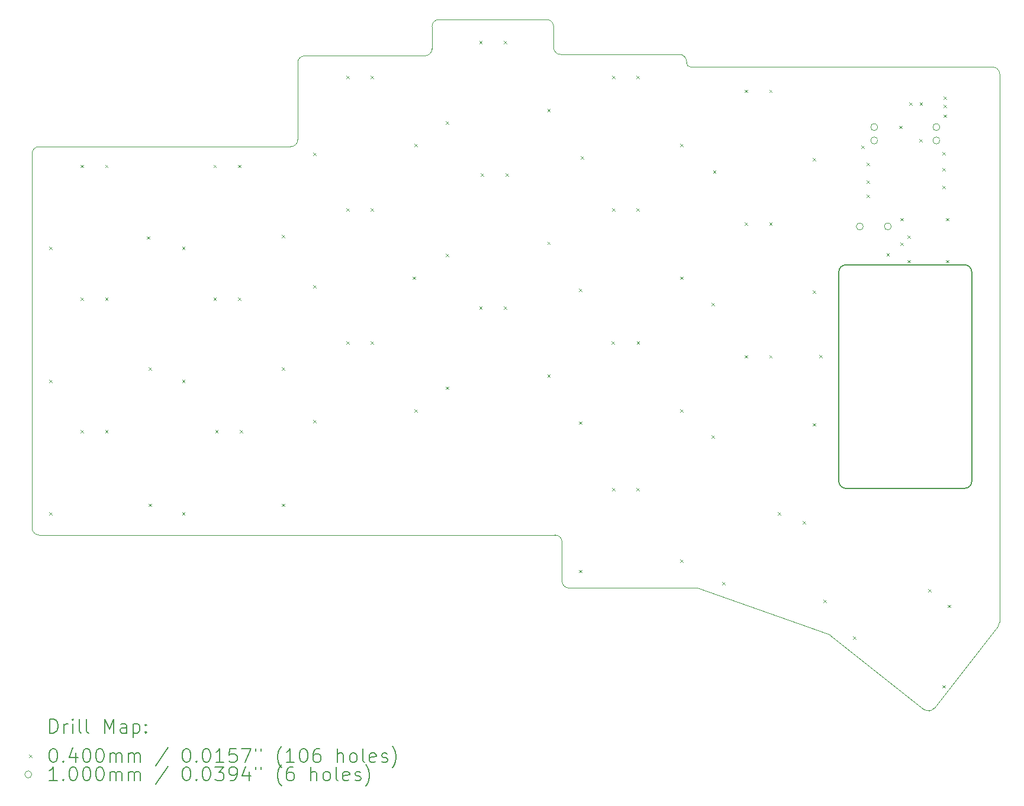
<source format=gbr>
%TF.GenerationSoftware,KiCad,Pcbnew,8.0.2-1*%
%TF.CreationDate,2024-09-12T16:14:08+03:00*%
%TF.ProjectId,pcb,7063622e-6b69-4636-9164-5f7063625858,rev?*%
%TF.SameCoordinates,Original*%
%TF.FileFunction,Drillmap*%
%TF.FilePolarity,Positive*%
%FSLAX45Y45*%
G04 Gerber Fmt 4.5, Leading zero omitted, Abs format (unit mm)*
G04 Created by KiCad (PCBNEW 8.0.2-1) date 2024-09-12 16:14:08*
%MOMM*%
%LPD*%
G01*
G04 APERTURE LIST*
%ADD10C,0.100000*%
%ADD11C,0.200000*%
G04 APERTURE END LIST*
D10*
X11360000Y-6569097D02*
G75*
G02*
X11260000Y-6669100I-100000J-3D01*
G01*
X21400000Y-13474665D02*
G75*
G02*
X21378805Y-13536232I-100000J-5D01*
G01*
X16980000Y-5529097D02*
G75*
G02*
X16920003Y-5469097I0J59997D01*
G01*
X15040000Y-12229097D02*
G75*
G02*
X15140003Y-12329097I0J-100003D01*
G01*
X7660000Y-12229097D02*
G75*
G02*
X7560003Y-12129097I0J99997D01*
G01*
X11360000Y-5469097D02*
G75*
G02*
X11460000Y-5369100I100000J-3D01*
G01*
X20461962Y-14709786D02*
G75*
G02*
X20321090Y-14726625I-78802J61566D01*
G01*
X18944191Y-13643547D02*
G75*
G02*
X18973137Y-13659496I-33121J-94353D01*
G01*
X15240000Y-12989097D02*
G75*
G02*
X15140003Y-12889097I0J99997D01*
G01*
X17062957Y-12989097D02*
G75*
G02*
X17096082Y-12994741I3J-100003D01*
G01*
X21300000Y-5529097D02*
G75*
G02*
X21400003Y-5629097I0J-100003D01*
G01*
X7560000Y-6769097D02*
G75*
G02*
X7660000Y-6669100I100000J-3D01*
G01*
X14920000Y-4849097D02*
G75*
G02*
X15020003Y-4949097I0J-100003D01*
G01*
X13280000Y-5269097D02*
G75*
G02*
X13180000Y-5369100I-100000J-3D01*
G01*
X13280000Y-4949097D02*
G75*
G02*
X13380000Y-4849100I100000J-3D01*
G01*
X16820000Y-5349097D02*
G75*
G02*
X16920003Y-5449097I0J-100003D01*
G01*
X15120000Y-5349097D02*
G75*
G02*
X15020003Y-5249097I0J99997D01*
G01*
X18973137Y-13659497D02*
X20321089Y-14726626D01*
X17096081Y-12994742D02*
X18944191Y-13643547D01*
X15240000Y-12989097D02*
X17062957Y-12989097D01*
X15140000Y-12329097D02*
X15140000Y-12889097D01*
X21378802Y-13536230D02*
X20461962Y-14709786D01*
X11240000Y-12229097D02*
X15040000Y-12229097D01*
X7660000Y-12229097D02*
X11240000Y-12229097D01*
X7560000Y-6769097D02*
X7560000Y-12129097D01*
X11260000Y-6669097D02*
X7660000Y-6669097D01*
X11360000Y-5469097D02*
X11360000Y-6569097D01*
X13180000Y-5369097D02*
X11460000Y-5369097D01*
X13280000Y-4949097D02*
X13280000Y-5269097D01*
X14920000Y-4849097D02*
X13380000Y-4849097D01*
X15020000Y-5249097D02*
X15020000Y-4949097D01*
X16820000Y-5349097D02*
X15120000Y-5349097D01*
X16920000Y-5469097D02*
X16920000Y-5449097D01*
X21300000Y-5529097D02*
X16980000Y-5529097D01*
X21400000Y-13474665D02*
X21400000Y-5629097D01*
D11*
X19100000Y-8461597D02*
G75*
G02*
X19200000Y-8361600I100000J-3D01*
G01*
X21000000Y-8461597D02*
X21000000Y-11461597D01*
X19200000Y-8361597D02*
X20900000Y-8361597D01*
X19200000Y-11561597D02*
G75*
G02*
X19100003Y-11461597I0J99997D01*
G01*
X20900000Y-8361597D02*
G75*
G02*
X21000003Y-8461597I0J-100003D01*
G01*
X19100000Y-11461597D02*
X19100000Y-8461597D01*
X20900000Y-11561597D02*
X19200000Y-11561597D01*
X21000000Y-11461597D02*
G75*
G02*
X20900000Y-11561600I-100000J-3D01*
G01*
D10*
X7805000Y-8104097D02*
X7845000Y-8144097D01*
X7845000Y-8104097D02*
X7805000Y-8144097D01*
X7805000Y-10004097D02*
X7845000Y-10044097D01*
X7845000Y-10004097D02*
X7805000Y-10044097D01*
X7805000Y-11904097D02*
X7845000Y-11944097D01*
X7845000Y-11904097D02*
X7805000Y-11944097D01*
X8255000Y-6929097D02*
X8295000Y-6969097D01*
X8295000Y-6929097D02*
X8255000Y-6969097D01*
X8255000Y-8829097D02*
X8295000Y-8869097D01*
X8295000Y-8829097D02*
X8255000Y-8869097D01*
X8255000Y-10729097D02*
X8295000Y-10769097D01*
X8295000Y-10729097D02*
X8255000Y-10769097D01*
X8605000Y-6929097D02*
X8645000Y-6969097D01*
X8645000Y-6929097D02*
X8605000Y-6969097D01*
X8605000Y-8829097D02*
X8645000Y-8869097D01*
X8645000Y-8829097D02*
X8605000Y-8869097D01*
X8605000Y-10729097D02*
X8645000Y-10769097D01*
X8645000Y-10729097D02*
X8605000Y-10769097D01*
X9205000Y-7954097D02*
X9245000Y-7994097D01*
X9245000Y-7954097D02*
X9205000Y-7994097D01*
X9230000Y-9829097D02*
X9270000Y-9869097D01*
X9270000Y-9829097D02*
X9230000Y-9869097D01*
X9230000Y-11779097D02*
X9270000Y-11819097D01*
X9270000Y-11779097D02*
X9230000Y-11819097D01*
X9705000Y-8104097D02*
X9745000Y-8144097D01*
X9745000Y-8104097D02*
X9705000Y-8144097D01*
X9705000Y-10004097D02*
X9745000Y-10044097D01*
X9745000Y-10004097D02*
X9705000Y-10044097D01*
X9705000Y-11904097D02*
X9745000Y-11944097D01*
X9745000Y-11904097D02*
X9705000Y-11944097D01*
X10155000Y-6929097D02*
X10195000Y-6969097D01*
X10195000Y-6929097D02*
X10155000Y-6969097D01*
X10155000Y-8829097D02*
X10195000Y-8869097D01*
X10195000Y-8829097D02*
X10155000Y-8869097D01*
X10180000Y-10729097D02*
X10220000Y-10769097D01*
X10220000Y-10729097D02*
X10180000Y-10769097D01*
X10505000Y-6929097D02*
X10545000Y-6969097D01*
X10545000Y-6929097D02*
X10505000Y-6969097D01*
X10505000Y-8829097D02*
X10545000Y-8869097D01*
X10545000Y-8829097D02*
X10505000Y-8869097D01*
X10530000Y-10729097D02*
X10570000Y-10769097D01*
X10570000Y-10729097D02*
X10530000Y-10769097D01*
X11130000Y-7929097D02*
X11170000Y-7969097D01*
X11170000Y-7929097D02*
X11130000Y-7969097D01*
X11130000Y-9829097D02*
X11170000Y-9869097D01*
X11170000Y-9829097D02*
X11130000Y-9869097D01*
X11130000Y-11779097D02*
X11170000Y-11819097D01*
X11170000Y-11779097D02*
X11130000Y-11819097D01*
X11580000Y-6754097D02*
X11620000Y-6794097D01*
X11620000Y-6754097D02*
X11580000Y-6794097D01*
X11580000Y-8654097D02*
X11620000Y-8694097D01*
X11620000Y-8654097D02*
X11580000Y-8694097D01*
X11580000Y-10579097D02*
X11620000Y-10619097D01*
X11620000Y-10579097D02*
X11580000Y-10619097D01*
X12055000Y-5654097D02*
X12095000Y-5694097D01*
X12095000Y-5654097D02*
X12055000Y-5694097D01*
X12055000Y-7554097D02*
X12095000Y-7594097D01*
X12095000Y-7554097D02*
X12055000Y-7594097D01*
X12055000Y-9454097D02*
X12095000Y-9494097D01*
X12095000Y-9454097D02*
X12055000Y-9494097D01*
X12405000Y-5654097D02*
X12445000Y-5694097D01*
X12445000Y-5654097D02*
X12405000Y-5694097D01*
X12405000Y-7554097D02*
X12445000Y-7594097D01*
X12445000Y-7554097D02*
X12405000Y-7594097D01*
X12405000Y-9454097D02*
X12445000Y-9494097D01*
X12445000Y-9454097D02*
X12405000Y-9494097D01*
X13005000Y-8529097D02*
X13045000Y-8569097D01*
X13045000Y-8529097D02*
X13005000Y-8569097D01*
X13030000Y-6629097D02*
X13070000Y-6669097D01*
X13070000Y-6629097D02*
X13030000Y-6669097D01*
X13030000Y-10429097D02*
X13070000Y-10469097D01*
X13070000Y-10429097D02*
X13030000Y-10469097D01*
X13480000Y-6304097D02*
X13520000Y-6344097D01*
X13520000Y-6304097D02*
X13480000Y-6344097D01*
X13480000Y-8204097D02*
X13520000Y-8244097D01*
X13520000Y-8204097D02*
X13480000Y-8244097D01*
X13480000Y-10104097D02*
X13520000Y-10144097D01*
X13520000Y-10104097D02*
X13480000Y-10144097D01*
X13955000Y-5154097D02*
X13995000Y-5194097D01*
X13995000Y-5154097D02*
X13955000Y-5194097D01*
X13955000Y-8954097D02*
X13995000Y-8994097D01*
X13995000Y-8954097D02*
X13955000Y-8994097D01*
X13980000Y-7054097D02*
X14020000Y-7094097D01*
X14020000Y-7054097D02*
X13980000Y-7094097D01*
X14305000Y-5154097D02*
X14345000Y-5194097D01*
X14345000Y-5154097D02*
X14305000Y-5194097D01*
X14305000Y-8954097D02*
X14345000Y-8994097D01*
X14345000Y-8954097D02*
X14305000Y-8994097D01*
X14330000Y-7054097D02*
X14370000Y-7094097D01*
X14370000Y-7054097D02*
X14330000Y-7094097D01*
X14930000Y-6129097D02*
X14970000Y-6169097D01*
X14970000Y-6129097D02*
X14930000Y-6169097D01*
X14930000Y-8029097D02*
X14970000Y-8069097D01*
X14970000Y-8029097D02*
X14930000Y-8069097D01*
X14930000Y-9929097D02*
X14970000Y-9969097D01*
X14970000Y-9929097D02*
X14930000Y-9969097D01*
X15380000Y-8704097D02*
X15420000Y-8744097D01*
X15420000Y-8704097D02*
X15380000Y-8744097D01*
X15380000Y-10604097D02*
X15420000Y-10644097D01*
X15420000Y-10604097D02*
X15380000Y-10644097D01*
X15380000Y-12729097D02*
X15420000Y-12769097D01*
X15420000Y-12729097D02*
X15380000Y-12769097D01*
X15405000Y-6804097D02*
X15445000Y-6844097D01*
X15445000Y-6804097D02*
X15405000Y-6844097D01*
X15851250Y-9454097D02*
X15891250Y-9494097D01*
X15891250Y-9454097D02*
X15851250Y-9494097D01*
X15855000Y-5654097D02*
X15895000Y-5694097D01*
X15895000Y-5654097D02*
X15855000Y-5694097D01*
X15855000Y-7554097D02*
X15895000Y-7594097D01*
X15895000Y-7554097D02*
X15855000Y-7594097D01*
X15855000Y-11554097D02*
X15895000Y-11594097D01*
X15895000Y-11554097D02*
X15855000Y-11594097D01*
X16205000Y-5654097D02*
X16245000Y-5694097D01*
X16245000Y-5654097D02*
X16205000Y-5694097D01*
X16205000Y-7554097D02*
X16245000Y-7594097D01*
X16245000Y-7554097D02*
X16205000Y-7594097D01*
X16205000Y-11554097D02*
X16245000Y-11594097D01*
X16245000Y-11554097D02*
X16205000Y-11594097D01*
X16208750Y-9454097D02*
X16248750Y-9494097D01*
X16248750Y-9454097D02*
X16208750Y-9494097D01*
X16830000Y-6629097D02*
X16870000Y-6669097D01*
X16870000Y-6629097D02*
X16830000Y-6669097D01*
X16830000Y-8529097D02*
X16870000Y-8569097D01*
X16870000Y-8529097D02*
X16830000Y-8569097D01*
X16830000Y-10429097D02*
X16870000Y-10469097D01*
X16870000Y-10429097D02*
X16830000Y-10469097D01*
X16830000Y-12579097D02*
X16870000Y-12619097D01*
X16870000Y-12579097D02*
X16830000Y-12619097D01*
X17280000Y-8904097D02*
X17320000Y-8944097D01*
X17320000Y-8904097D02*
X17280000Y-8944097D01*
X17280000Y-10804097D02*
X17320000Y-10844097D01*
X17320000Y-10804097D02*
X17280000Y-10844097D01*
X17300000Y-7009097D02*
X17340000Y-7049097D01*
X17340000Y-7009097D02*
X17300000Y-7049097D01*
X17430000Y-12904097D02*
X17470000Y-12944097D01*
X17470000Y-12904097D02*
X17430000Y-12944097D01*
X17755000Y-5854097D02*
X17795000Y-5894097D01*
X17795000Y-5854097D02*
X17755000Y-5894097D01*
X17755000Y-7754097D02*
X17795000Y-7794097D01*
X17795000Y-7754097D02*
X17755000Y-7794097D01*
X17755000Y-9654097D02*
X17795000Y-9694097D01*
X17795000Y-9654097D02*
X17755000Y-9694097D01*
X18105000Y-5854097D02*
X18145000Y-5894097D01*
X18145000Y-5854097D02*
X18105000Y-5894097D01*
X18105000Y-7754097D02*
X18145000Y-7794097D01*
X18145000Y-7754097D02*
X18105000Y-7794097D01*
X18105000Y-9654097D02*
X18145000Y-9694097D01*
X18145000Y-9654097D02*
X18105000Y-9694097D01*
X18230000Y-11904097D02*
X18270000Y-11944097D01*
X18270000Y-11904097D02*
X18230000Y-11944097D01*
X18580000Y-12029097D02*
X18620000Y-12069097D01*
X18620000Y-12029097D02*
X18580000Y-12069097D01*
X18730000Y-6829097D02*
X18770000Y-6869097D01*
X18770000Y-6829097D02*
X18730000Y-6869097D01*
X18730000Y-8729097D02*
X18770000Y-8769097D01*
X18770000Y-8729097D02*
X18730000Y-8769097D01*
X18730000Y-10629097D02*
X18770000Y-10669097D01*
X18770000Y-10629097D02*
X18730000Y-10669097D01*
X18820000Y-9649097D02*
X18860000Y-9689097D01*
X18860000Y-9649097D02*
X18820000Y-9689097D01*
X18880000Y-13154097D02*
X18920000Y-13194097D01*
X18920000Y-13154097D02*
X18880000Y-13194097D01*
X19305000Y-13679097D02*
X19345000Y-13719097D01*
X19345000Y-13679097D02*
X19305000Y-13719097D01*
X19420000Y-6655605D02*
X19460000Y-6695605D01*
X19460000Y-6655605D02*
X19420000Y-6695605D01*
X19500000Y-6896405D02*
X19540000Y-6936405D01*
X19540000Y-6896405D02*
X19500000Y-6936405D01*
X19500000Y-7150405D02*
X19540000Y-7190405D01*
X19540000Y-7150405D02*
X19500000Y-7190405D01*
X19500000Y-7353605D02*
X19540000Y-7393605D01*
X19540000Y-7353605D02*
X19500000Y-7393605D01*
X19780000Y-8191597D02*
X19820000Y-8231597D01*
X19820000Y-8191597D02*
X19780000Y-8231597D01*
X19960200Y-6369405D02*
X20000200Y-6409405D01*
X20000200Y-6369405D02*
X19960200Y-6409405D01*
X19980000Y-7691597D02*
X20020000Y-7731597D01*
X20020000Y-7691597D02*
X19980000Y-7731597D01*
X19980000Y-8041597D02*
X20020000Y-8081597D01*
X20020000Y-8041597D02*
X19980000Y-8081597D01*
X20080000Y-7941597D02*
X20120000Y-7981597D01*
X20120000Y-7941597D02*
X20080000Y-7981597D01*
X20080000Y-8291597D02*
X20120000Y-8331597D01*
X20120000Y-8291597D02*
X20080000Y-8331597D01*
X20105000Y-6032805D02*
X20145000Y-6072805D01*
X20145000Y-6032805D02*
X20105000Y-6072805D01*
X20252300Y-6559905D02*
X20292300Y-6599905D01*
X20292300Y-6559905D02*
X20252300Y-6599905D01*
X20255000Y-6032805D02*
X20295000Y-6072805D01*
X20295000Y-6032805D02*
X20255000Y-6072805D01*
X20380000Y-13004097D02*
X20420000Y-13044097D01*
X20420000Y-13004097D02*
X20380000Y-13044097D01*
X20580000Y-6749097D02*
X20620000Y-6789097D01*
X20620000Y-6749097D02*
X20580000Y-6789097D01*
X20580000Y-6972605D02*
X20620000Y-7012605D01*
X20620000Y-6972605D02*
X20580000Y-7012605D01*
X20580000Y-7226605D02*
X20620000Y-7266605D01*
X20620000Y-7226605D02*
X20580000Y-7266605D01*
X20580000Y-14379097D02*
X20620000Y-14419097D01*
X20620000Y-14379097D02*
X20580000Y-14419097D01*
X20600000Y-5949097D02*
X20640000Y-5989097D01*
X20640000Y-5949097D02*
X20600000Y-5989097D01*
X20600000Y-6069097D02*
X20640000Y-6109097D01*
X20640000Y-6069097D02*
X20600000Y-6109097D01*
X20600000Y-6209097D02*
X20640000Y-6249097D01*
X20640000Y-6209097D02*
X20600000Y-6249097D01*
X20630000Y-7691597D02*
X20670000Y-7731597D01*
X20670000Y-7691597D02*
X20630000Y-7731597D01*
X20630000Y-8291597D02*
X20670000Y-8331597D01*
X20670000Y-8291597D02*
X20630000Y-8331597D01*
X20655000Y-13229097D02*
X20695000Y-13269097D01*
X20695000Y-13229097D02*
X20655000Y-13269097D01*
X19450000Y-7811597D02*
G75*
G02*
X19350000Y-7811597I-50000J0D01*
G01*
X19350000Y-7811597D02*
G75*
G02*
X19450000Y-7811597I50000J0D01*
G01*
X19655500Y-6389405D02*
G75*
G02*
X19555500Y-6389405I-50000J0D01*
G01*
X19555500Y-6389405D02*
G75*
G02*
X19655500Y-6389405I50000J0D01*
G01*
X19655500Y-6579905D02*
G75*
G02*
X19555500Y-6579905I-50000J0D01*
G01*
X19555500Y-6579905D02*
G75*
G02*
X19655500Y-6579905I50000J0D01*
G01*
X19850000Y-7811597D02*
G75*
G02*
X19750000Y-7811597I-50000J0D01*
G01*
X19750000Y-7811597D02*
G75*
G02*
X19850000Y-7811597I50000J0D01*
G01*
X20544500Y-6389405D02*
G75*
G02*
X20444500Y-6389405I-50000J0D01*
G01*
X20444500Y-6389405D02*
G75*
G02*
X20544500Y-6389405I50000J0D01*
G01*
X20544500Y-6579905D02*
G75*
G02*
X20444500Y-6579905I-50000J0D01*
G01*
X20444500Y-6579905D02*
G75*
G02*
X20544500Y-6579905I50000J0D01*
G01*
D11*
X7815777Y-15064704D02*
X7815777Y-14864704D01*
X7815777Y-14864704D02*
X7863396Y-14864704D01*
X7863396Y-14864704D02*
X7891967Y-14874228D01*
X7891967Y-14874228D02*
X7911015Y-14893276D01*
X7911015Y-14893276D02*
X7920539Y-14912323D01*
X7920539Y-14912323D02*
X7930062Y-14950418D01*
X7930062Y-14950418D02*
X7930062Y-14978990D01*
X7930062Y-14978990D02*
X7920539Y-15017085D01*
X7920539Y-15017085D02*
X7911015Y-15036133D01*
X7911015Y-15036133D02*
X7891967Y-15055180D01*
X7891967Y-15055180D02*
X7863396Y-15064704D01*
X7863396Y-15064704D02*
X7815777Y-15064704D01*
X8015777Y-15064704D02*
X8015777Y-14931371D01*
X8015777Y-14969466D02*
X8025301Y-14950418D01*
X8025301Y-14950418D02*
X8034824Y-14940895D01*
X8034824Y-14940895D02*
X8053872Y-14931371D01*
X8053872Y-14931371D02*
X8072920Y-14931371D01*
X8139586Y-15064704D02*
X8139586Y-14931371D01*
X8139586Y-14864704D02*
X8130062Y-14874228D01*
X8130062Y-14874228D02*
X8139586Y-14883752D01*
X8139586Y-14883752D02*
X8149110Y-14874228D01*
X8149110Y-14874228D02*
X8139586Y-14864704D01*
X8139586Y-14864704D02*
X8139586Y-14883752D01*
X8263396Y-15064704D02*
X8244348Y-15055180D01*
X8244348Y-15055180D02*
X8234824Y-15036133D01*
X8234824Y-15036133D02*
X8234824Y-14864704D01*
X8368158Y-15064704D02*
X8349110Y-15055180D01*
X8349110Y-15055180D02*
X8339586Y-15036133D01*
X8339586Y-15036133D02*
X8339586Y-14864704D01*
X8596729Y-15064704D02*
X8596729Y-14864704D01*
X8596729Y-14864704D02*
X8663396Y-15007561D01*
X8663396Y-15007561D02*
X8730063Y-14864704D01*
X8730063Y-14864704D02*
X8730063Y-15064704D01*
X8911015Y-15064704D02*
X8911015Y-14959942D01*
X8911015Y-14959942D02*
X8901491Y-14940895D01*
X8901491Y-14940895D02*
X8882444Y-14931371D01*
X8882444Y-14931371D02*
X8844348Y-14931371D01*
X8844348Y-14931371D02*
X8825301Y-14940895D01*
X8911015Y-15055180D02*
X8891967Y-15064704D01*
X8891967Y-15064704D02*
X8844348Y-15064704D01*
X8844348Y-15064704D02*
X8825301Y-15055180D01*
X8825301Y-15055180D02*
X8815777Y-15036133D01*
X8815777Y-15036133D02*
X8815777Y-15017085D01*
X8815777Y-15017085D02*
X8825301Y-14998037D01*
X8825301Y-14998037D02*
X8844348Y-14988514D01*
X8844348Y-14988514D02*
X8891967Y-14988514D01*
X8891967Y-14988514D02*
X8911015Y-14978990D01*
X9006253Y-14931371D02*
X9006253Y-15131371D01*
X9006253Y-14940895D02*
X9025301Y-14931371D01*
X9025301Y-14931371D02*
X9063396Y-14931371D01*
X9063396Y-14931371D02*
X9082444Y-14940895D01*
X9082444Y-14940895D02*
X9091967Y-14950418D01*
X9091967Y-14950418D02*
X9101491Y-14969466D01*
X9101491Y-14969466D02*
X9101491Y-15026609D01*
X9101491Y-15026609D02*
X9091967Y-15045656D01*
X9091967Y-15045656D02*
X9082444Y-15055180D01*
X9082444Y-15055180D02*
X9063396Y-15064704D01*
X9063396Y-15064704D02*
X9025301Y-15064704D01*
X9025301Y-15064704D02*
X9006253Y-15055180D01*
X9187205Y-15045656D02*
X9196729Y-15055180D01*
X9196729Y-15055180D02*
X9187205Y-15064704D01*
X9187205Y-15064704D02*
X9177682Y-15055180D01*
X9177682Y-15055180D02*
X9187205Y-15045656D01*
X9187205Y-15045656D02*
X9187205Y-15064704D01*
X9187205Y-14940895D02*
X9196729Y-14950418D01*
X9196729Y-14950418D02*
X9187205Y-14959942D01*
X9187205Y-14959942D02*
X9177682Y-14950418D01*
X9177682Y-14950418D02*
X9187205Y-14940895D01*
X9187205Y-14940895D02*
X9187205Y-14959942D01*
D10*
X7515000Y-15373220D02*
X7555000Y-15413220D01*
X7555000Y-15373220D02*
X7515000Y-15413220D01*
D11*
X7853872Y-15284704D02*
X7872920Y-15284704D01*
X7872920Y-15284704D02*
X7891967Y-15294228D01*
X7891967Y-15294228D02*
X7901491Y-15303752D01*
X7901491Y-15303752D02*
X7911015Y-15322799D01*
X7911015Y-15322799D02*
X7920539Y-15360895D01*
X7920539Y-15360895D02*
X7920539Y-15408514D01*
X7920539Y-15408514D02*
X7911015Y-15446609D01*
X7911015Y-15446609D02*
X7901491Y-15465656D01*
X7901491Y-15465656D02*
X7891967Y-15475180D01*
X7891967Y-15475180D02*
X7872920Y-15484704D01*
X7872920Y-15484704D02*
X7853872Y-15484704D01*
X7853872Y-15484704D02*
X7834824Y-15475180D01*
X7834824Y-15475180D02*
X7825301Y-15465656D01*
X7825301Y-15465656D02*
X7815777Y-15446609D01*
X7815777Y-15446609D02*
X7806253Y-15408514D01*
X7806253Y-15408514D02*
X7806253Y-15360895D01*
X7806253Y-15360895D02*
X7815777Y-15322799D01*
X7815777Y-15322799D02*
X7825301Y-15303752D01*
X7825301Y-15303752D02*
X7834824Y-15294228D01*
X7834824Y-15294228D02*
X7853872Y-15284704D01*
X8006253Y-15465656D02*
X8015777Y-15475180D01*
X8015777Y-15475180D02*
X8006253Y-15484704D01*
X8006253Y-15484704D02*
X7996729Y-15475180D01*
X7996729Y-15475180D02*
X8006253Y-15465656D01*
X8006253Y-15465656D02*
X8006253Y-15484704D01*
X8187205Y-15351371D02*
X8187205Y-15484704D01*
X8139586Y-15275180D02*
X8091967Y-15418037D01*
X8091967Y-15418037D02*
X8215777Y-15418037D01*
X8330062Y-15284704D02*
X8349110Y-15284704D01*
X8349110Y-15284704D02*
X8368158Y-15294228D01*
X8368158Y-15294228D02*
X8377682Y-15303752D01*
X8377682Y-15303752D02*
X8387205Y-15322799D01*
X8387205Y-15322799D02*
X8396729Y-15360895D01*
X8396729Y-15360895D02*
X8396729Y-15408514D01*
X8396729Y-15408514D02*
X8387205Y-15446609D01*
X8387205Y-15446609D02*
X8377682Y-15465656D01*
X8377682Y-15465656D02*
X8368158Y-15475180D01*
X8368158Y-15475180D02*
X8349110Y-15484704D01*
X8349110Y-15484704D02*
X8330062Y-15484704D01*
X8330062Y-15484704D02*
X8311015Y-15475180D01*
X8311015Y-15475180D02*
X8301491Y-15465656D01*
X8301491Y-15465656D02*
X8291967Y-15446609D01*
X8291967Y-15446609D02*
X8282443Y-15408514D01*
X8282443Y-15408514D02*
X8282443Y-15360895D01*
X8282443Y-15360895D02*
X8291967Y-15322799D01*
X8291967Y-15322799D02*
X8301491Y-15303752D01*
X8301491Y-15303752D02*
X8311015Y-15294228D01*
X8311015Y-15294228D02*
X8330062Y-15284704D01*
X8520539Y-15284704D02*
X8539586Y-15284704D01*
X8539586Y-15284704D02*
X8558634Y-15294228D01*
X8558634Y-15294228D02*
X8568158Y-15303752D01*
X8568158Y-15303752D02*
X8577682Y-15322799D01*
X8577682Y-15322799D02*
X8587205Y-15360895D01*
X8587205Y-15360895D02*
X8587205Y-15408514D01*
X8587205Y-15408514D02*
X8577682Y-15446609D01*
X8577682Y-15446609D02*
X8568158Y-15465656D01*
X8568158Y-15465656D02*
X8558634Y-15475180D01*
X8558634Y-15475180D02*
X8539586Y-15484704D01*
X8539586Y-15484704D02*
X8520539Y-15484704D01*
X8520539Y-15484704D02*
X8501491Y-15475180D01*
X8501491Y-15475180D02*
X8491967Y-15465656D01*
X8491967Y-15465656D02*
X8482444Y-15446609D01*
X8482444Y-15446609D02*
X8472920Y-15408514D01*
X8472920Y-15408514D02*
X8472920Y-15360895D01*
X8472920Y-15360895D02*
X8482444Y-15322799D01*
X8482444Y-15322799D02*
X8491967Y-15303752D01*
X8491967Y-15303752D02*
X8501491Y-15294228D01*
X8501491Y-15294228D02*
X8520539Y-15284704D01*
X8672920Y-15484704D02*
X8672920Y-15351371D01*
X8672920Y-15370418D02*
X8682444Y-15360895D01*
X8682444Y-15360895D02*
X8701491Y-15351371D01*
X8701491Y-15351371D02*
X8730063Y-15351371D01*
X8730063Y-15351371D02*
X8749110Y-15360895D01*
X8749110Y-15360895D02*
X8758634Y-15379942D01*
X8758634Y-15379942D02*
X8758634Y-15484704D01*
X8758634Y-15379942D02*
X8768158Y-15360895D01*
X8768158Y-15360895D02*
X8787205Y-15351371D01*
X8787205Y-15351371D02*
X8815777Y-15351371D01*
X8815777Y-15351371D02*
X8834825Y-15360895D01*
X8834825Y-15360895D02*
X8844348Y-15379942D01*
X8844348Y-15379942D02*
X8844348Y-15484704D01*
X8939586Y-15484704D02*
X8939586Y-15351371D01*
X8939586Y-15370418D02*
X8949110Y-15360895D01*
X8949110Y-15360895D02*
X8968158Y-15351371D01*
X8968158Y-15351371D02*
X8996729Y-15351371D01*
X8996729Y-15351371D02*
X9015777Y-15360895D01*
X9015777Y-15360895D02*
X9025301Y-15379942D01*
X9025301Y-15379942D02*
X9025301Y-15484704D01*
X9025301Y-15379942D02*
X9034825Y-15360895D01*
X9034825Y-15360895D02*
X9053872Y-15351371D01*
X9053872Y-15351371D02*
X9082444Y-15351371D01*
X9082444Y-15351371D02*
X9101491Y-15360895D01*
X9101491Y-15360895D02*
X9111015Y-15379942D01*
X9111015Y-15379942D02*
X9111015Y-15484704D01*
X9501491Y-15275180D02*
X9330063Y-15532323D01*
X9758634Y-15284704D02*
X9777682Y-15284704D01*
X9777682Y-15284704D02*
X9796729Y-15294228D01*
X9796729Y-15294228D02*
X9806253Y-15303752D01*
X9806253Y-15303752D02*
X9815777Y-15322799D01*
X9815777Y-15322799D02*
X9825301Y-15360895D01*
X9825301Y-15360895D02*
X9825301Y-15408514D01*
X9825301Y-15408514D02*
X9815777Y-15446609D01*
X9815777Y-15446609D02*
X9806253Y-15465656D01*
X9806253Y-15465656D02*
X9796729Y-15475180D01*
X9796729Y-15475180D02*
X9777682Y-15484704D01*
X9777682Y-15484704D02*
X9758634Y-15484704D01*
X9758634Y-15484704D02*
X9739587Y-15475180D01*
X9739587Y-15475180D02*
X9730063Y-15465656D01*
X9730063Y-15465656D02*
X9720539Y-15446609D01*
X9720539Y-15446609D02*
X9711015Y-15408514D01*
X9711015Y-15408514D02*
X9711015Y-15360895D01*
X9711015Y-15360895D02*
X9720539Y-15322799D01*
X9720539Y-15322799D02*
X9730063Y-15303752D01*
X9730063Y-15303752D02*
X9739587Y-15294228D01*
X9739587Y-15294228D02*
X9758634Y-15284704D01*
X9911015Y-15465656D02*
X9920539Y-15475180D01*
X9920539Y-15475180D02*
X9911015Y-15484704D01*
X9911015Y-15484704D02*
X9901491Y-15475180D01*
X9901491Y-15475180D02*
X9911015Y-15465656D01*
X9911015Y-15465656D02*
X9911015Y-15484704D01*
X10044348Y-15284704D02*
X10063396Y-15284704D01*
X10063396Y-15284704D02*
X10082444Y-15294228D01*
X10082444Y-15294228D02*
X10091968Y-15303752D01*
X10091968Y-15303752D02*
X10101491Y-15322799D01*
X10101491Y-15322799D02*
X10111015Y-15360895D01*
X10111015Y-15360895D02*
X10111015Y-15408514D01*
X10111015Y-15408514D02*
X10101491Y-15446609D01*
X10101491Y-15446609D02*
X10091968Y-15465656D01*
X10091968Y-15465656D02*
X10082444Y-15475180D01*
X10082444Y-15475180D02*
X10063396Y-15484704D01*
X10063396Y-15484704D02*
X10044348Y-15484704D01*
X10044348Y-15484704D02*
X10025301Y-15475180D01*
X10025301Y-15475180D02*
X10015777Y-15465656D01*
X10015777Y-15465656D02*
X10006253Y-15446609D01*
X10006253Y-15446609D02*
X9996729Y-15408514D01*
X9996729Y-15408514D02*
X9996729Y-15360895D01*
X9996729Y-15360895D02*
X10006253Y-15322799D01*
X10006253Y-15322799D02*
X10015777Y-15303752D01*
X10015777Y-15303752D02*
X10025301Y-15294228D01*
X10025301Y-15294228D02*
X10044348Y-15284704D01*
X10301491Y-15484704D02*
X10187206Y-15484704D01*
X10244348Y-15484704D02*
X10244348Y-15284704D01*
X10244348Y-15284704D02*
X10225301Y-15313276D01*
X10225301Y-15313276D02*
X10206253Y-15332323D01*
X10206253Y-15332323D02*
X10187206Y-15341847D01*
X10482444Y-15284704D02*
X10387206Y-15284704D01*
X10387206Y-15284704D02*
X10377682Y-15379942D01*
X10377682Y-15379942D02*
X10387206Y-15370418D01*
X10387206Y-15370418D02*
X10406253Y-15360895D01*
X10406253Y-15360895D02*
X10453872Y-15360895D01*
X10453872Y-15360895D02*
X10472920Y-15370418D01*
X10472920Y-15370418D02*
X10482444Y-15379942D01*
X10482444Y-15379942D02*
X10491968Y-15398990D01*
X10491968Y-15398990D02*
X10491968Y-15446609D01*
X10491968Y-15446609D02*
X10482444Y-15465656D01*
X10482444Y-15465656D02*
X10472920Y-15475180D01*
X10472920Y-15475180D02*
X10453872Y-15484704D01*
X10453872Y-15484704D02*
X10406253Y-15484704D01*
X10406253Y-15484704D02*
X10387206Y-15475180D01*
X10387206Y-15475180D02*
X10377682Y-15465656D01*
X10558634Y-15284704D02*
X10691968Y-15284704D01*
X10691968Y-15284704D02*
X10606253Y-15484704D01*
X10758634Y-15284704D02*
X10758634Y-15322799D01*
X10834825Y-15284704D02*
X10834825Y-15322799D01*
X11130063Y-15560895D02*
X11120539Y-15551371D01*
X11120539Y-15551371D02*
X11101491Y-15522799D01*
X11101491Y-15522799D02*
X11091968Y-15503752D01*
X11091968Y-15503752D02*
X11082444Y-15475180D01*
X11082444Y-15475180D02*
X11072920Y-15427561D01*
X11072920Y-15427561D02*
X11072920Y-15389466D01*
X11072920Y-15389466D02*
X11082444Y-15341847D01*
X11082444Y-15341847D02*
X11091968Y-15313276D01*
X11091968Y-15313276D02*
X11101491Y-15294228D01*
X11101491Y-15294228D02*
X11120539Y-15265656D01*
X11120539Y-15265656D02*
X11130063Y-15256133D01*
X11311015Y-15484704D02*
X11196729Y-15484704D01*
X11253872Y-15484704D02*
X11253872Y-15284704D01*
X11253872Y-15284704D02*
X11234825Y-15313276D01*
X11234825Y-15313276D02*
X11215777Y-15332323D01*
X11215777Y-15332323D02*
X11196729Y-15341847D01*
X11434825Y-15284704D02*
X11453872Y-15284704D01*
X11453872Y-15284704D02*
X11472920Y-15294228D01*
X11472920Y-15294228D02*
X11482444Y-15303752D01*
X11482444Y-15303752D02*
X11491968Y-15322799D01*
X11491968Y-15322799D02*
X11501491Y-15360895D01*
X11501491Y-15360895D02*
X11501491Y-15408514D01*
X11501491Y-15408514D02*
X11491968Y-15446609D01*
X11491968Y-15446609D02*
X11482444Y-15465656D01*
X11482444Y-15465656D02*
X11472920Y-15475180D01*
X11472920Y-15475180D02*
X11453872Y-15484704D01*
X11453872Y-15484704D02*
X11434825Y-15484704D01*
X11434825Y-15484704D02*
X11415777Y-15475180D01*
X11415777Y-15475180D02*
X11406253Y-15465656D01*
X11406253Y-15465656D02*
X11396729Y-15446609D01*
X11396729Y-15446609D02*
X11387206Y-15408514D01*
X11387206Y-15408514D02*
X11387206Y-15360895D01*
X11387206Y-15360895D02*
X11396729Y-15322799D01*
X11396729Y-15322799D02*
X11406253Y-15303752D01*
X11406253Y-15303752D02*
X11415777Y-15294228D01*
X11415777Y-15294228D02*
X11434825Y-15284704D01*
X11672920Y-15284704D02*
X11634825Y-15284704D01*
X11634825Y-15284704D02*
X11615777Y-15294228D01*
X11615777Y-15294228D02*
X11606253Y-15303752D01*
X11606253Y-15303752D02*
X11587206Y-15332323D01*
X11587206Y-15332323D02*
X11577682Y-15370418D01*
X11577682Y-15370418D02*
X11577682Y-15446609D01*
X11577682Y-15446609D02*
X11587206Y-15465656D01*
X11587206Y-15465656D02*
X11596729Y-15475180D01*
X11596729Y-15475180D02*
X11615777Y-15484704D01*
X11615777Y-15484704D02*
X11653872Y-15484704D01*
X11653872Y-15484704D02*
X11672920Y-15475180D01*
X11672920Y-15475180D02*
X11682444Y-15465656D01*
X11682444Y-15465656D02*
X11691968Y-15446609D01*
X11691968Y-15446609D02*
X11691968Y-15398990D01*
X11691968Y-15398990D02*
X11682444Y-15379942D01*
X11682444Y-15379942D02*
X11672920Y-15370418D01*
X11672920Y-15370418D02*
X11653872Y-15360895D01*
X11653872Y-15360895D02*
X11615777Y-15360895D01*
X11615777Y-15360895D02*
X11596729Y-15370418D01*
X11596729Y-15370418D02*
X11587206Y-15379942D01*
X11587206Y-15379942D02*
X11577682Y-15398990D01*
X11930063Y-15484704D02*
X11930063Y-15284704D01*
X12015777Y-15484704D02*
X12015777Y-15379942D01*
X12015777Y-15379942D02*
X12006253Y-15360895D01*
X12006253Y-15360895D02*
X11987206Y-15351371D01*
X11987206Y-15351371D02*
X11958634Y-15351371D01*
X11958634Y-15351371D02*
X11939587Y-15360895D01*
X11939587Y-15360895D02*
X11930063Y-15370418D01*
X12139587Y-15484704D02*
X12120539Y-15475180D01*
X12120539Y-15475180D02*
X12111015Y-15465656D01*
X12111015Y-15465656D02*
X12101491Y-15446609D01*
X12101491Y-15446609D02*
X12101491Y-15389466D01*
X12101491Y-15389466D02*
X12111015Y-15370418D01*
X12111015Y-15370418D02*
X12120539Y-15360895D01*
X12120539Y-15360895D02*
X12139587Y-15351371D01*
X12139587Y-15351371D02*
X12168158Y-15351371D01*
X12168158Y-15351371D02*
X12187206Y-15360895D01*
X12187206Y-15360895D02*
X12196730Y-15370418D01*
X12196730Y-15370418D02*
X12206253Y-15389466D01*
X12206253Y-15389466D02*
X12206253Y-15446609D01*
X12206253Y-15446609D02*
X12196730Y-15465656D01*
X12196730Y-15465656D02*
X12187206Y-15475180D01*
X12187206Y-15475180D02*
X12168158Y-15484704D01*
X12168158Y-15484704D02*
X12139587Y-15484704D01*
X12320539Y-15484704D02*
X12301491Y-15475180D01*
X12301491Y-15475180D02*
X12291968Y-15456133D01*
X12291968Y-15456133D02*
X12291968Y-15284704D01*
X12472920Y-15475180D02*
X12453872Y-15484704D01*
X12453872Y-15484704D02*
X12415777Y-15484704D01*
X12415777Y-15484704D02*
X12396730Y-15475180D01*
X12396730Y-15475180D02*
X12387206Y-15456133D01*
X12387206Y-15456133D02*
X12387206Y-15379942D01*
X12387206Y-15379942D02*
X12396730Y-15360895D01*
X12396730Y-15360895D02*
X12415777Y-15351371D01*
X12415777Y-15351371D02*
X12453872Y-15351371D01*
X12453872Y-15351371D02*
X12472920Y-15360895D01*
X12472920Y-15360895D02*
X12482444Y-15379942D01*
X12482444Y-15379942D02*
X12482444Y-15398990D01*
X12482444Y-15398990D02*
X12387206Y-15418037D01*
X12558634Y-15475180D02*
X12577682Y-15484704D01*
X12577682Y-15484704D02*
X12615777Y-15484704D01*
X12615777Y-15484704D02*
X12634825Y-15475180D01*
X12634825Y-15475180D02*
X12644349Y-15456133D01*
X12644349Y-15456133D02*
X12644349Y-15446609D01*
X12644349Y-15446609D02*
X12634825Y-15427561D01*
X12634825Y-15427561D02*
X12615777Y-15418037D01*
X12615777Y-15418037D02*
X12587206Y-15418037D01*
X12587206Y-15418037D02*
X12568158Y-15408514D01*
X12568158Y-15408514D02*
X12558634Y-15389466D01*
X12558634Y-15389466D02*
X12558634Y-15379942D01*
X12558634Y-15379942D02*
X12568158Y-15360895D01*
X12568158Y-15360895D02*
X12587206Y-15351371D01*
X12587206Y-15351371D02*
X12615777Y-15351371D01*
X12615777Y-15351371D02*
X12634825Y-15360895D01*
X12711015Y-15560895D02*
X12720539Y-15551371D01*
X12720539Y-15551371D02*
X12739587Y-15522799D01*
X12739587Y-15522799D02*
X12749111Y-15503752D01*
X12749111Y-15503752D02*
X12758634Y-15475180D01*
X12758634Y-15475180D02*
X12768158Y-15427561D01*
X12768158Y-15427561D02*
X12768158Y-15389466D01*
X12768158Y-15389466D02*
X12758634Y-15341847D01*
X12758634Y-15341847D02*
X12749111Y-15313276D01*
X12749111Y-15313276D02*
X12739587Y-15294228D01*
X12739587Y-15294228D02*
X12720539Y-15265656D01*
X12720539Y-15265656D02*
X12711015Y-15256133D01*
D10*
X7555000Y-15657220D02*
G75*
G02*
X7455000Y-15657220I-50000J0D01*
G01*
X7455000Y-15657220D02*
G75*
G02*
X7555000Y-15657220I50000J0D01*
G01*
D11*
X7920539Y-15748704D02*
X7806253Y-15748704D01*
X7863396Y-15748704D02*
X7863396Y-15548704D01*
X7863396Y-15548704D02*
X7844348Y-15577276D01*
X7844348Y-15577276D02*
X7825301Y-15596323D01*
X7825301Y-15596323D02*
X7806253Y-15605847D01*
X8006253Y-15729656D02*
X8015777Y-15739180D01*
X8015777Y-15739180D02*
X8006253Y-15748704D01*
X8006253Y-15748704D02*
X7996729Y-15739180D01*
X7996729Y-15739180D02*
X8006253Y-15729656D01*
X8006253Y-15729656D02*
X8006253Y-15748704D01*
X8139586Y-15548704D02*
X8158634Y-15548704D01*
X8158634Y-15548704D02*
X8177682Y-15558228D01*
X8177682Y-15558228D02*
X8187205Y-15567752D01*
X8187205Y-15567752D02*
X8196729Y-15586799D01*
X8196729Y-15586799D02*
X8206253Y-15624895D01*
X8206253Y-15624895D02*
X8206253Y-15672514D01*
X8206253Y-15672514D02*
X8196729Y-15710609D01*
X8196729Y-15710609D02*
X8187205Y-15729656D01*
X8187205Y-15729656D02*
X8177682Y-15739180D01*
X8177682Y-15739180D02*
X8158634Y-15748704D01*
X8158634Y-15748704D02*
X8139586Y-15748704D01*
X8139586Y-15748704D02*
X8120539Y-15739180D01*
X8120539Y-15739180D02*
X8111015Y-15729656D01*
X8111015Y-15729656D02*
X8101491Y-15710609D01*
X8101491Y-15710609D02*
X8091967Y-15672514D01*
X8091967Y-15672514D02*
X8091967Y-15624895D01*
X8091967Y-15624895D02*
X8101491Y-15586799D01*
X8101491Y-15586799D02*
X8111015Y-15567752D01*
X8111015Y-15567752D02*
X8120539Y-15558228D01*
X8120539Y-15558228D02*
X8139586Y-15548704D01*
X8330062Y-15548704D02*
X8349110Y-15548704D01*
X8349110Y-15548704D02*
X8368158Y-15558228D01*
X8368158Y-15558228D02*
X8377682Y-15567752D01*
X8377682Y-15567752D02*
X8387205Y-15586799D01*
X8387205Y-15586799D02*
X8396729Y-15624895D01*
X8396729Y-15624895D02*
X8396729Y-15672514D01*
X8396729Y-15672514D02*
X8387205Y-15710609D01*
X8387205Y-15710609D02*
X8377682Y-15729656D01*
X8377682Y-15729656D02*
X8368158Y-15739180D01*
X8368158Y-15739180D02*
X8349110Y-15748704D01*
X8349110Y-15748704D02*
X8330062Y-15748704D01*
X8330062Y-15748704D02*
X8311015Y-15739180D01*
X8311015Y-15739180D02*
X8301491Y-15729656D01*
X8301491Y-15729656D02*
X8291967Y-15710609D01*
X8291967Y-15710609D02*
X8282443Y-15672514D01*
X8282443Y-15672514D02*
X8282443Y-15624895D01*
X8282443Y-15624895D02*
X8291967Y-15586799D01*
X8291967Y-15586799D02*
X8301491Y-15567752D01*
X8301491Y-15567752D02*
X8311015Y-15558228D01*
X8311015Y-15558228D02*
X8330062Y-15548704D01*
X8520539Y-15548704D02*
X8539586Y-15548704D01*
X8539586Y-15548704D02*
X8558634Y-15558228D01*
X8558634Y-15558228D02*
X8568158Y-15567752D01*
X8568158Y-15567752D02*
X8577682Y-15586799D01*
X8577682Y-15586799D02*
X8587205Y-15624895D01*
X8587205Y-15624895D02*
X8587205Y-15672514D01*
X8587205Y-15672514D02*
X8577682Y-15710609D01*
X8577682Y-15710609D02*
X8568158Y-15729656D01*
X8568158Y-15729656D02*
X8558634Y-15739180D01*
X8558634Y-15739180D02*
X8539586Y-15748704D01*
X8539586Y-15748704D02*
X8520539Y-15748704D01*
X8520539Y-15748704D02*
X8501491Y-15739180D01*
X8501491Y-15739180D02*
X8491967Y-15729656D01*
X8491967Y-15729656D02*
X8482444Y-15710609D01*
X8482444Y-15710609D02*
X8472920Y-15672514D01*
X8472920Y-15672514D02*
X8472920Y-15624895D01*
X8472920Y-15624895D02*
X8482444Y-15586799D01*
X8482444Y-15586799D02*
X8491967Y-15567752D01*
X8491967Y-15567752D02*
X8501491Y-15558228D01*
X8501491Y-15558228D02*
X8520539Y-15548704D01*
X8672920Y-15748704D02*
X8672920Y-15615371D01*
X8672920Y-15634418D02*
X8682444Y-15624895D01*
X8682444Y-15624895D02*
X8701491Y-15615371D01*
X8701491Y-15615371D02*
X8730063Y-15615371D01*
X8730063Y-15615371D02*
X8749110Y-15624895D01*
X8749110Y-15624895D02*
X8758634Y-15643942D01*
X8758634Y-15643942D02*
X8758634Y-15748704D01*
X8758634Y-15643942D02*
X8768158Y-15624895D01*
X8768158Y-15624895D02*
X8787205Y-15615371D01*
X8787205Y-15615371D02*
X8815777Y-15615371D01*
X8815777Y-15615371D02*
X8834825Y-15624895D01*
X8834825Y-15624895D02*
X8844348Y-15643942D01*
X8844348Y-15643942D02*
X8844348Y-15748704D01*
X8939586Y-15748704D02*
X8939586Y-15615371D01*
X8939586Y-15634418D02*
X8949110Y-15624895D01*
X8949110Y-15624895D02*
X8968158Y-15615371D01*
X8968158Y-15615371D02*
X8996729Y-15615371D01*
X8996729Y-15615371D02*
X9015777Y-15624895D01*
X9015777Y-15624895D02*
X9025301Y-15643942D01*
X9025301Y-15643942D02*
X9025301Y-15748704D01*
X9025301Y-15643942D02*
X9034825Y-15624895D01*
X9034825Y-15624895D02*
X9053872Y-15615371D01*
X9053872Y-15615371D02*
X9082444Y-15615371D01*
X9082444Y-15615371D02*
X9101491Y-15624895D01*
X9101491Y-15624895D02*
X9111015Y-15643942D01*
X9111015Y-15643942D02*
X9111015Y-15748704D01*
X9501491Y-15539180D02*
X9330063Y-15796323D01*
X9758634Y-15548704D02*
X9777682Y-15548704D01*
X9777682Y-15548704D02*
X9796729Y-15558228D01*
X9796729Y-15558228D02*
X9806253Y-15567752D01*
X9806253Y-15567752D02*
X9815777Y-15586799D01*
X9815777Y-15586799D02*
X9825301Y-15624895D01*
X9825301Y-15624895D02*
X9825301Y-15672514D01*
X9825301Y-15672514D02*
X9815777Y-15710609D01*
X9815777Y-15710609D02*
X9806253Y-15729656D01*
X9806253Y-15729656D02*
X9796729Y-15739180D01*
X9796729Y-15739180D02*
X9777682Y-15748704D01*
X9777682Y-15748704D02*
X9758634Y-15748704D01*
X9758634Y-15748704D02*
X9739587Y-15739180D01*
X9739587Y-15739180D02*
X9730063Y-15729656D01*
X9730063Y-15729656D02*
X9720539Y-15710609D01*
X9720539Y-15710609D02*
X9711015Y-15672514D01*
X9711015Y-15672514D02*
X9711015Y-15624895D01*
X9711015Y-15624895D02*
X9720539Y-15586799D01*
X9720539Y-15586799D02*
X9730063Y-15567752D01*
X9730063Y-15567752D02*
X9739587Y-15558228D01*
X9739587Y-15558228D02*
X9758634Y-15548704D01*
X9911015Y-15729656D02*
X9920539Y-15739180D01*
X9920539Y-15739180D02*
X9911015Y-15748704D01*
X9911015Y-15748704D02*
X9901491Y-15739180D01*
X9901491Y-15739180D02*
X9911015Y-15729656D01*
X9911015Y-15729656D02*
X9911015Y-15748704D01*
X10044348Y-15548704D02*
X10063396Y-15548704D01*
X10063396Y-15548704D02*
X10082444Y-15558228D01*
X10082444Y-15558228D02*
X10091968Y-15567752D01*
X10091968Y-15567752D02*
X10101491Y-15586799D01*
X10101491Y-15586799D02*
X10111015Y-15624895D01*
X10111015Y-15624895D02*
X10111015Y-15672514D01*
X10111015Y-15672514D02*
X10101491Y-15710609D01*
X10101491Y-15710609D02*
X10091968Y-15729656D01*
X10091968Y-15729656D02*
X10082444Y-15739180D01*
X10082444Y-15739180D02*
X10063396Y-15748704D01*
X10063396Y-15748704D02*
X10044348Y-15748704D01*
X10044348Y-15748704D02*
X10025301Y-15739180D01*
X10025301Y-15739180D02*
X10015777Y-15729656D01*
X10015777Y-15729656D02*
X10006253Y-15710609D01*
X10006253Y-15710609D02*
X9996729Y-15672514D01*
X9996729Y-15672514D02*
X9996729Y-15624895D01*
X9996729Y-15624895D02*
X10006253Y-15586799D01*
X10006253Y-15586799D02*
X10015777Y-15567752D01*
X10015777Y-15567752D02*
X10025301Y-15558228D01*
X10025301Y-15558228D02*
X10044348Y-15548704D01*
X10177682Y-15548704D02*
X10301491Y-15548704D01*
X10301491Y-15548704D02*
X10234825Y-15624895D01*
X10234825Y-15624895D02*
X10263396Y-15624895D01*
X10263396Y-15624895D02*
X10282444Y-15634418D01*
X10282444Y-15634418D02*
X10291968Y-15643942D01*
X10291968Y-15643942D02*
X10301491Y-15662990D01*
X10301491Y-15662990D02*
X10301491Y-15710609D01*
X10301491Y-15710609D02*
X10291968Y-15729656D01*
X10291968Y-15729656D02*
X10282444Y-15739180D01*
X10282444Y-15739180D02*
X10263396Y-15748704D01*
X10263396Y-15748704D02*
X10206253Y-15748704D01*
X10206253Y-15748704D02*
X10187206Y-15739180D01*
X10187206Y-15739180D02*
X10177682Y-15729656D01*
X10396729Y-15748704D02*
X10434825Y-15748704D01*
X10434825Y-15748704D02*
X10453872Y-15739180D01*
X10453872Y-15739180D02*
X10463396Y-15729656D01*
X10463396Y-15729656D02*
X10482444Y-15701085D01*
X10482444Y-15701085D02*
X10491968Y-15662990D01*
X10491968Y-15662990D02*
X10491968Y-15586799D01*
X10491968Y-15586799D02*
X10482444Y-15567752D01*
X10482444Y-15567752D02*
X10472920Y-15558228D01*
X10472920Y-15558228D02*
X10453872Y-15548704D01*
X10453872Y-15548704D02*
X10415777Y-15548704D01*
X10415777Y-15548704D02*
X10396729Y-15558228D01*
X10396729Y-15558228D02*
X10387206Y-15567752D01*
X10387206Y-15567752D02*
X10377682Y-15586799D01*
X10377682Y-15586799D02*
X10377682Y-15634418D01*
X10377682Y-15634418D02*
X10387206Y-15653466D01*
X10387206Y-15653466D02*
X10396729Y-15662990D01*
X10396729Y-15662990D02*
X10415777Y-15672514D01*
X10415777Y-15672514D02*
X10453872Y-15672514D01*
X10453872Y-15672514D02*
X10472920Y-15662990D01*
X10472920Y-15662990D02*
X10482444Y-15653466D01*
X10482444Y-15653466D02*
X10491968Y-15634418D01*
X10663396Y-15615371D02*
X10663396Y-15748704D01*
X10615777Y-15539180D02*
X10568158Y-15682037D01*
X10568158Y-15682037D02*
X10691968Y-15682037D01*
X10758634Y-15548704D02*
X10758634Y-15586799D01*
X10834825Y-15548704D02*
X10834825Y-15586799D01*
X11130063Y-15824895D02*
X11120539Y-15815371D01*
X11120539Y-15815371D02*
X11101491Y-15786799D01*
X11101491Y-15786799D02*
X11091968Y-15767752D01*
X11091968Y-15767752D02*
X11082444Y-15739180D01*
X11082444Y-15739180D02*
X11072920Y-15691561D01*
X11072920Y-15691561D02*
X11072920Y-15653466D01*
X11072920Y-15653466D02*
X11082444Y-15605847D01*
X11082444Y-15605847D02*
X11091968Y-15577276D01*
X11091968Y-15577276D02*
X11101491Y-15558228D01*
X11101491Y-15558228D02*
X11120539Y-15529656D01*
X11120539Y-15529656D02*
X11130063Y-15520133D01*
X11291968Y-15548704D02*
X11253872Y-15548704D01*
X11253872Y-15548704D02*
X11234825Y-15558228D01*
X11234825Y-15558228D02*
X11225301Y-15567752D01*
X11225301Y-15567752D02*
X11206253Y-15596323D01*
X11206253Y-15596323D02*
X11196729Y-15634418D01*
X11196729Y-15634418D02*
X11196729Y-15710609D01*
X11196729Y-15710609D02*
X11206253Y-15729656D01*
X11206253Y-15729656D02*
X11215777Y-15739180D01*
X11215777Y-15739180D02*
X11234825Y-15748704D01*
X11234825Y-15748704D02*
X11272920Y-15748704D01*
X11272920Y-15748704D02*
X11291968Y-15739180D01*
X11291968Y-15739180D02*
X11301491Y-15729656D01*
X11301491Y-15729656D02*
X11311015Y-15710609D01*
X11311015Y-15710609D02*
X11311015Y-15662990D01*
X11311015Y-15662990D02*
X11301491Y-15643942D01*
X11301491Y-15643942D02*
X11291968Y-15634418D01*
X11291968Y-15634418D02*
X11272920Y-15624895D01*
X11272920Y-15624895D02*
X11234825Y-15624895D01*
X11234825Y-15624895D02*
X11215777Y-15634418D01*
X11215777Y-15634418D02*
X11206253Y-15643942D01*
X11206253Y-15643942D02*
X11196729Y-15662990D01*
X11549110Y-15748704D02*
X11549110Y-15548704D01*
X11634825Y-15748704D02*
X11634825Y-15643942D01*
X11634825Y-15643942D02*
X11625301Y-15624895D01*
X11625301Y-15624895D02*
X11606253Y-15615371D01*
X11606253Y-15615371D02*
X11577682Y-15615371D01*
X11577682Y-15615371D02*
X11558634Y-15624895D01*
X11558634Y-15624895D02*
X11549110Y-15634418D01*
X11758634Y-15748704D02*
X11739587Y-15739180D01*
X11739587Y-15739180D02*
X11730063Y-15729656D01*
X11730063Y-15729656D02*
X11720539Y-15710609D01*
X11720539Y-15710609D02*
X11720539Y-15653466D01*
X11720539Y-15653466D02*
X11730063Y-15634418D01*
X11730063Y-15634418D02*
X11739587Y-15624895D01*
X11739587Y-15624895D02*
X11758634Y-15615371D01*
X11758634Y-15615371D02*
X11787206Y-15615371D01*
X11787206Y-15615371D02*
X11806253Y-15624895D01*
X11806253Y-15624895D02*
X11815777Y-15634418D01*
X11815777Y-15634418D02*
X11825301Y-15653466D01*
X11825301Y-15653466D02*
X11825301Y-15710609D01*
X11825301Y-15710609D02*
X11815777Y-15729656D01*
X11815777Y-15729656D02*
X11806253Y-15739180D01*
X11806253Y-15739180D02*
X11787206Y-15748704D01*
X11787206Y-15748704D02*
X11758634Y-15748704D01*
X11939587Y-15748704D02*
X11920539Y-15739180D01*
X11920539Y-15739180D02*
X11911015Y-15720133D01*
X11911015Y-15720133D02*
X11911015Y-15548704D01*
X12091968Y-15739180D02*
X12072920Y-15748704D01*
X12072920Y-15748704D02*
X12034825Y-15748704D01*
X12034825Y-15748704D02*
X12015777Y-15739180D01*
X12015777Y-15739180D02*
X12006253Y-15720133D01*
X12006253Y-15720133D02*
X12006253Y-15643942D01*
X12006253Y-15643942D02*
X12015777Y-15624895D01*
X12015777Y-15624895D02*
X12034825Y-15615371D01*
X12034825Y-15615371D02*
X12072920Y-15615371D01*
X12072920Y-15615371D02*
X12091968Y-15624895D01*
X12091968Y-15624895D02*
X12101491Y-15643942D01*
X12101491Y-15643942D02*
X12101491Y-15662990D01*
X12101491Y-15662990D02*
X12006253Y-15682037D01*
X12177682Y-15739180D02*
X12196730Y-15748704D01*
X12196730Y-15748704D02*
X12234825Y-15748704D01*
X12234825Y-15748704D02*
X12253872Y-15739180D01*
X12253872Y-15739180D02*
X12263396Y-15720133D01*
X12263396Y-15720133D02*
X12263396Y-15710609D01*
X12263396Y-15710609D02*
X12253872Y-15691561D01*
X12253872Y-15691561D02*
X12234825Y-15682037D01*
X12234825Y-15682037D02*
X12206253Y-15682037D01*
X12206253Y-15682037D02*
X12187206Y-15672514D01*
X12187206Y-15672514D02*
X12177682Y-15653466D01*
X12177682Y-15653466D02*
X12177682Y-15643942D01*
X12177682Y-15643942D02*
X12187206Y-15624895D01*
X12187206Y-15624895D02*
X12206253Y-15615371D01*
X12206253Y-15615371D02*
X12234825Y-15615371D01*
X12234825Y-15615371D02*
X12253872Y-15624895D01*
X12330063Y-15824895D02*
X12339587Y-15815371D01*
X12339587Y-15815371D02*
X12358634Y-15786799D01*
X12358634Y-15786799D02*
X12368158Y-15767752D01*
X12368158Y-15767752D02*
X12377682Y-15739180D01*
X12377682Y-15739180D02*
X12387206Y-15691561D01*
X12387206Y-15691561D02*
X12387206Y-15653466D01*
X12387206Y-15653466D02*
X12377682Y-15605847D01*
X12377682Y-15605847D02*
X12368158Y-15577276D01*
X12368158Y-15577276D02*
X12358634Y-15558228D01*
X12358634Y-15558228D02*
X12339587Y-15529656D01*
X12339587Y-15529656D02*
X12330063Y-15520133D01*
M02*

</source>
